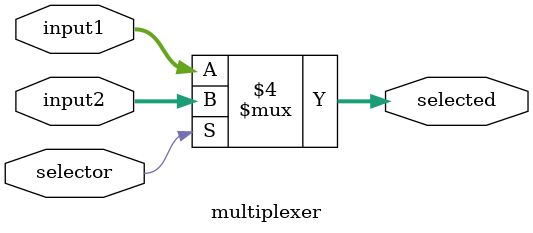
<source format=v>
module multiplexer (input1, input2, selector, selected);
    
    input [7:0] input1, input2;
    input selector;
    output reg [7:0] selected;
    
    always@(*) 
    begin
        if(!selector)
            selected = input1; //binary condition 0 from selector
        else
            selected = input2; //binary condition 1 from selector
    end
    
endmodule

</source>
